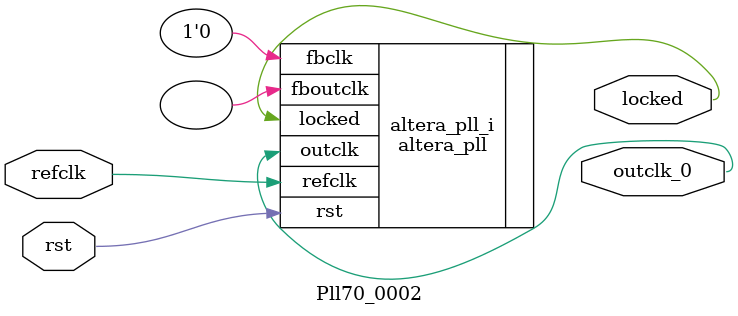
<source format=v>
`timescale 1ns/10ps
module  Pll70_0002(

	// interface 'refclk'
	input wire refclk,

	// interface 'reset'
	input wire rst,

	// interface 'outclk0'
	output wire outclk_0,

	// interface 'locked'
	output wire locked
);

	altera_pll #(
		.fractional_vco_multiplier("false"),
		.reference_clock_frequency("50.0 MHz"),
		.operation_mode("direct"),
		.number_of_clocks(1),
		.output_clock_frequency0("70.000000 MHz"),
		.phase_shift0("0 ps"),
		.duty_cycle0(50),
		.output_clock_frequency1("0 MHz"),
		.phase_shift1("0 ps"),
		.duty_cycle1(50),
		.output_clock_frequency2("0 MHz"),
		.phase_shift2("0 ps"),
		.duty_cycle2(50),
		.output_clock_frequency3("0 MHz"),
		.phase_shift3("0 ps"),
		.duty_cycle3(50),
		.output_clock_frequency4("0 MHz"),
		.phase_shift4("0 ps"),
		.duty_cycle4(50),
		.output_clock_frequency5("0 MHz"),
		.phase_shift5("0 ps"),
		.duty_cycle5(50),
		.output_clock_frequency6("0 MHz"),
		.phase_shift6("0 ps"),
		.duty_cycle6(50),
		.output_clock_frequency7("0 MHz"),
		.phase_shift7("0 ps"),
		.duty_cycle7(50),
		.output_clock_frequency8("0 MHz"),
		.phase_shift8("0 ps"),
		.duty_cycle8(50),
		.output_clock_frequency9("0 MHz"),
		.phase_shift9("0 ps"),
		.duty_cycle9(50),
		.output_clock_frequency10("0 MHz"),
		.phase_shift10("0 ps"),
		.duty_cycle10(50),
		.output_clock_frequency11("0 MHz"),
		.phase_shift11("0 ps"),
		.duty_cycle11(50),
		.output_clock_frequency12("0 MHz"),
		.phase_shift12("0 ps"),
		.duty_cycle12(50),
		.output_clock_frequency13("0 MHz"),
		.phase_shift13("0 ps"),
		.duty_cycle13(50),
		.output_clock_frequency14("0 MHz"),
		.phase_shift14("0 ps"),
		.duty_cycle14(50),
		.output_clock_frequency15("0 MHz"),
		.phase_shift15("0 ps"),
		.duty_cycle15(50),
		.output_clock_frequency16("0 MHz"),
		.phase_shift16("0 ps"),
		.duty_cycle16(50),
		.output_clock_frequency17("0 MHz"),
		.phase_shift17("0 ps"),
		.duty_cycle17(50),
		.pll_type("General"),
		.pll_subtype("General")
	) altera_pll_i (
		.rst	(rst),
		.outclk	({outclk_0}),
		.locked	(locked),
		.fboutclk	( ),
		.fbclk	(1'b0),
		.refclk	(refclk)
	);
endmodule


</source>
